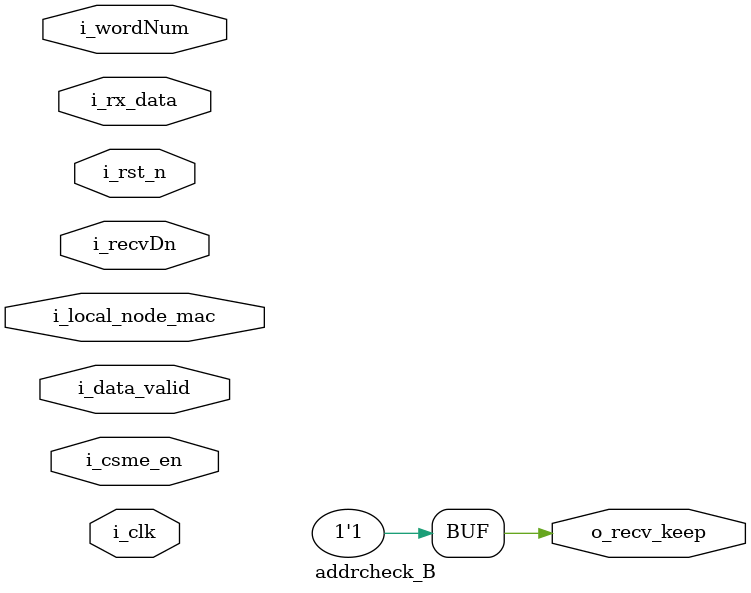
<source format=v>
/*******************************************************************************
File name   :addrcheck.v
Function    :judge the MAC address,it is support unicast,Broadcast,and Multicast.
Author      :tongqing
Version     :V1.0
*******************************************************************************/	
module addrcheck_B
(input wire i_clk,
 input wire i_rst_n, 
 input wire [15:0] i_rx_data,
 input wire [9:0] i_wordNum,
 input wire i_recvDn,
 input wire i_data_valid,
 input wire i_csme_en,
 output wire o_recv_keep,
// input wire i_main_clock_lost,
// input wire i_main_clock_state,
// input wire i_start_en
input wire [47:0]i_local_node_mac
);

wire [47:0] frt_mac_n;
wire [47:0] frt_mac;
reg MulticastOK_FRT;

reg main_clock_state_dly;
reg start_en_dly;
//assign o_recv_keep = (i_wordNum < 10'h4) ? 1'b1 : (i_csme_en ? ((dst_mac == frt_mac) ? 1'b0 : 1'b1) : ((dst_mac == frt_mac_n) || (dst_mac == 48'hffffffffffff)? 1'b1 : 1'b0 ));
//assign frt_mac_n = 48'h01005e000182;	
//assign frt_mac = 48'h01005e000181;
assign o_recv_keep = 1'b1;//(i_wordNum < 10'h4)? 1'b1 : ( (dst_mac == i_local_node_mac) || (dst_mac == frt_mac) || (dst_mac == frt_mac_n )|| (dst_mac == 48'hffffffffffff)? 1'b1 : 1'b0 );
//assign frt_mac = (!i_csme_en || i_main_clock_lost)? 48'h01005e000181 : 48'h01005e000182;

//always @ (posedge i_clk , negedge i_rst_n)
//begin
//   if (!i_rst_n)
//   begin	
//		main_clock_state_dly <= 1'b0;
//		start_en_dly			<= 1'b0;
//	end
//	else
//	begin
//		main_clock_state_dly <= i_main_clock_state;
//		start_en_dly			<= i_start_en;
//	end
//end
//
//always @ (posedge i_clk , negedge i_rst_n)
//begin
//   if (!i_rst_n)
//		frt_mac <= 48'h01005e000181;
//	else if(i_start_en && !start_en_dly)
//		frt_mac <= 48'hffffffffffff;
//	else if(i_main_clock_lost && !i_main_clock_state)
//		frt_mac <= 48'h01005e000181;
//	else if(!i_main_clock_state && main_clock_state_dly)
//		frt_mac <= 48'h01005e000181;
//	else if(i_main_clock_state && !main_clock_state_dly)
//		frt_mac <= 48'hffffffffffff;
//end

/************************************************
				FRT
judge if the package's MAC address is Multicast 
**************************************************/
//always @ (posedge i_clk , negedge i_rst_n)
//begin
//    if (!i_rst_n)
//    begin
//        MulticastOK_FRT <= 1'b0;
//    end
//    else if ((i_wordNum == 10'h1) && i_data_valid )
//    begin 
//        MulticastOK_FRT <= (i_rx_data == frt_mac[47:32]);
//    end
//	    else if ((i_wordNum == 10'h2) && i_data_valid )
//    begin
//        MulticastOK_FRT <= (i_rx_data == frt_mac[31:16]) && MulticastOK_FRT;
//    end
//    else if ((i_wordNum == 10'h3) && i_data_valid )
//    begin
//        MulticastOK_FRT <= (i_rx_data == frt_mac[15:0]) && MulticastOK_FRT;
//    end
//    else if (i_recvDn)
//    begin
//        MulticastOK_FRT <= 1'b0;
//    end
//end
//
//endmodule


//
reg [47:0]dst_mac;
always @ (posedge i_clk , negedge i_rst_n)
begin
    if (!i_rst_n)
    begin
        dst_mac <= 48'b0;
    end
    else if ((i_wordNum == 10'h1) && i_data_valid )
    begin 
        dst_mac[47:32] <= i_rx_data ;
    end
	    else if ((i_wordNum == 10'h2) && i_data_valid )
    begin
        dst_mac[31:16] <= i_rx_data ;
    end
    else if ((i_wordNum == 10'h3) && i_data_valid )
    begin
        dst_mac[15:0] <= i_rx_data ;
    end

end

endmodule

</source>
